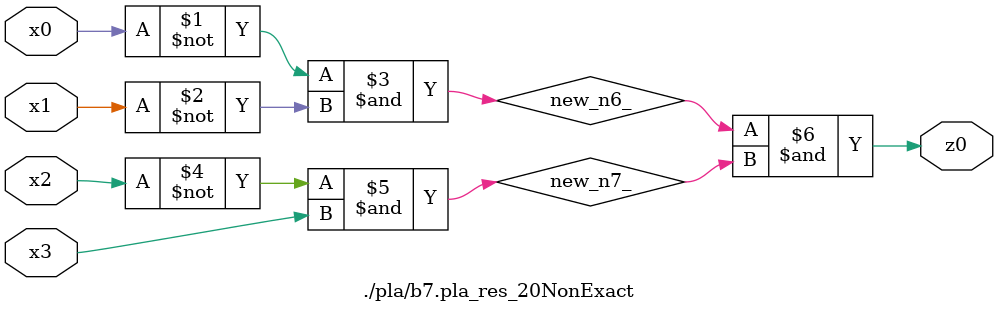
<source format=v>

module \./pla/b7.pla_res_20NonExact  ( 
    x0, x1, x2, x3,
    z0  );
  input  x0, x1, x2, x3;
  output z0;
  wire new_n6_, new_n7_;
  assign new_n6_ = ~x0 & ~x1;
  assign new_n7_ = ~x2 & x3;
  assign z0 = new_n6_ & new_n7_;
endmodule



</source>
